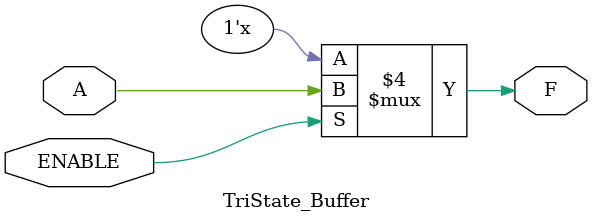
<source format=v>
module TriState_Buffer(ENABLE, A, F);
input				ENABLE;
input				A;
output	reg 	F;

always @(ENABLE, A)
	if (ENABLE == 1)
		F = A;
	else
		F = 1'bz ;

endmodule 
</source>
